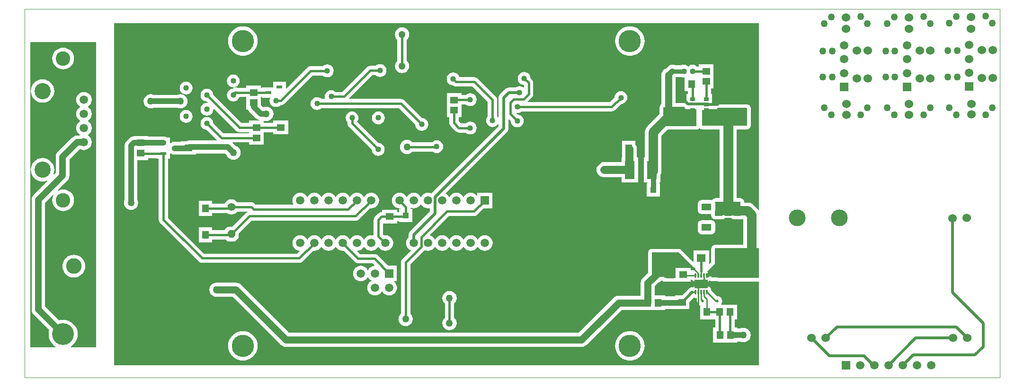
<source format=gbl>
%FSLAX25Y25*%
%MOIN*%
G70*
G01*
G75*
G04 Layer_Physical_Order=2*
G04 Layer_Color=16711680*
G04:AMPARAMS|DCode=10|XSize=23.62mil|YSize=61.02mil|CornerRadius=5.91mil|HoleSize=0mil|Usage=FLASHONLY|Rotation=0.000|XOffset=0mil|YOffset=0mil|HoleType=Round|Shape=RoundedRectangle|*
%AMROUNDEDRECTD10*
21,1,0.02362,0.04921,0,0,0.0*
21,1,0.01181,0.06102,0,0,0.0*
1,1,0.01181,0.00591,-0.02461*
1,1,0.01181,-0.00591,-0.02461*
1,1,0.01181,-0.00591,0.02461*
1,1,0.01181,0.00591,0.02461*
%
%ADD10ROUNDEDRECTD10*%
%ADD11O,0.07480X0.02362*%
%ADD12O,0.01378X0.07087*%
G04:AMPARAMS|DCode=13|XSize=23.62mil|YSize=61.02mil|CornerRadius=5.91mil|HoleSize=0mil|Usage=FLASHONLY|Rotation=270.000|XOffset=0mil|YOffset=0mil|HoleType=Round|Shape=RoundedRectangle|*
%AMROUNDEDRECTD13*
21,1,0.02362,0.04921,0,0,270.0*
21,1,0.01181,0.06102,0,0,270.0*
1,1,0.01181,-0.02461,-0.00591*
1,1,0.01181,-0.02461,0.00591*
1,1,0.01181,0.02461,0.00591*
1,1,0.01181,0.02461,-0.00591*
%
%ADD13ROUNDEDRECTD13*%
%ADD14R,0.03937X0.05315*%
%ADD15R,0.04134X0.04331*%
%ADD16R,0.03150X0.01969*%
%ADD17R,0.01969X0.03150*%
%ADD18R,0.04724X0.05315*%
%ADD19R,0.05315X0.04724*%
%ADD20R,0.05709X0.04528*%
%ADD21R,0.04528X0.05709*%
%ADD22C,0.01969*%
%ADD23C,0.01500*%
%ADD24C,0.02000*%
%ADD25C,0.01300*%
%ADD26C,0.04000*%
%ADD27C,0.05000*%
%ADD28C,0.03000*%
%ADD29C,0.06500*%
%ADD30C,0.06000*%
%ADD31R,0.03500X0.07500*%
%ADD32R,0.04724X0.07087*%
%ADD33R,0.07500X0.03500*%
%ADD34R,0.05600X0.07700*%
%ADD35C,0.00100*%
%ADD36C,0.11417*%
%ADD37C,0.15354*%
%ADD38C,0.11024*%
%ADD39C,0.05906*%
%ADD40R,0.05906X0.05906*%
%ADD41C,0.06000*%
%ADD42R,0.05906X0.05906*%
%ADD43P,0.05966X8X112.5*%
%ADD44C,0.05512*%
%ADD45C,0.11811*%
%ADD46C,0.10236*%
%ADD47C,0.05000*%
%ADD48C,0.02284*%
%ADD49C,0.15700*%
%ADD50C,0.04000*%
%ADD51C,0.02000*%
%ADD52C,0.06200*%
%ADD53R,0.06693X0.12598*%
%ADD54R,0.09449X0.06496*%
%ADD55O,0.01102X0.03347*%
%ADD56R,0.03543X0.02559*%
%ADD57R,0.06102X0.05512*%
%ADD58R,0.04331X0.04134*%
%ADD59R,0.03937X0.02362*%
%ADD60C,0.04500*%
%ADD61C,0.01000*%
%ADD62C,0.02500*%
%ADD63C,0.07000*%
%ADD64C,0.03500*%
%ADD65C,0.05500*%
%ADD66R,0.07087X0.04724*%
%ADD67R,0.02756X0.01102*%
G36*
X32143Y168615D02*
X37893D01*
X38504Y168004D01*
X39235Y167443D01*
X40086Y167090D01*
X41000Y166970D01*
X46800D01*
Y155200D01*
X46800Y155200D01*
X46800Y155200D01*
X46759Y155100D01*
X23500D01*
Y168400D01*
X31678Y168707D01*
X29513Y168680D01*
X31678Y168707D01*
X32143Y168615D01*
D02*
G37*
G36*
X-375900Y214298D02*
Y-900D01*
X-393406D01*
X-393527Y-415D01*
X-393319Y-303D01*
X-391769Y968D01*
X-390497Y2518D01*
X-389552Y4286D01*
X-388970Y6205D01*
X-388774Y8200D01*
X-388970Y10195D01*
X-389552Y12113D01*
X-390497Y13881D01*
X-391769Y15431D01*
X-393319Y16702D01*
X-395087Y17648D01*
X-397005Y18229D01*
X-399000Y18426D01*
X-400995Y18229D01*
X-401961Y17936D01*
X-411709Y27684D01*
Y101015D01*
X-406102Y106622D01*
X-405700Y106325D01*
X-406072Y105629D01*
X-406508Y104193D01*
X-406655Y102700D01*
X-406508Y101206D01*
X-406072Y99770D01*
X-405365Y98447D01*
X-404413Y97287D01*
X-403253Y96335D01*
X-401929Y95627D01*
X-400493Y95192D01*
X-399000Y95045D01*
X-397507Y95192D01*
X-396071Y95627D01*
X-394747Y96335D01*
X-393587Y97287D01*
X-392635Y98447D01*
X-391928Y99770D01*
X-391492Y101206D01*
X-391345Y102700D01*
X-391492Y104193D01*
X-391928Y105629D01*
X-392635Y106953D01*
X-393587Y108113D01*
X-394747Y109064D01*
X-396071Y109772D01*
X-397507Y110207D01*
X-399000Y110355D01*
X-400493Y110207D01*
X-401929Y109772D01*
X-402625Y109400D01*
X-402923Y109802D01*
X-396012Y116712D01*
X-395251Y117704D01*
X-394772Y118860D01*
X-394609Y120100D01*
Y131415D01*
X-387215Y138809D01*
X-387082D01*
X-385823Y138288D01*
X-384400Y138100D01*
X-382977Y138288D01*
X-381650Y138837D01*
X-380511Y139711D01*
X-379637Y140850D01*
X-379088Y142176D01*
X-378900Y143600D01*
X-379088Y145024D01*
X-379637Y146350D01*
X-380511Y147489D01*
X-381633Y148350D01*
Y148850D01*
X-380511Y149711D01*
X-379637Y150850D01*
X-379088Y152176D01*
X-378900Y153600D01*
X-379088Y155024D01*
X-379637Y156350D01*
X-380511Y157489D01*
X-381633Y158350D01*
Y158850D01*
X-380511Y159711D01*
X-379637Y160850D01*
X-379088Y162177D01*
X-378900Y163600D01*
X-379088Y165024D01*
X-379637Y166350D01*
X-380511Y167489D01*
X-381633Y168350D01*
Y168850D01*
X-380511Y169711D01*
X-379637Y170850D01*
X-379088Y172177D01*
X-378900Y173600D01*
X-379088Y175023D01*
X-379637Y176350D01*
X-380511Y177489D01*
X-381650Y178363D01*
X-382977Y178912D01*
X-384400Y179100D01*
X-385823Y178912D01*
X-387150Y178363D01*
X-388289Y177489D01*
X-389163Y176350D01*
X-389712Y175023D01*
X-389900Y173600D01*
X-389712Y172177D01*
X-389163Y170850D01*
X-388289Y169711D01*
X-387167Y168850D01*
Y168350D01*
X-388289Y167489D01*
X-389163Y166350D01*
X-389712Y165024D01*
X-389900Y163600D01*
X-389712Y162177D01*
X-389163Y160850D01*
X-388289Y159711D01*
X-387167Y158850D01*
Y158350D01*
X-388289Y157489D01*
X-389163Y156350D01*
X-389712Y155024D01*
X-389900Y153600D01*
X-389712Y152176D01*
X-389163Y150850D01*
X-388289Y149711D01*
X-387186Y148864D01*
X-387346Y148391D01*
X-389200D01*
X-390440Y148228D01*
X-391257Y147889D01*
X-391596Y147749D01*
X-392588Y146988D01*
X-402788Y136788D01*
X-403549Y135795D01*
X-403689Y135457D01*
X-404028Y134640D01*
X-404191Y133400D01*
X-404191Y133400D01*
X-404191D01*
X-404191Y133400D01*
X-404191D01*
Y122084D01*
X-405434Y120842D01*
X-405863Y121099D01*
X-405410Y122590D01*
X-405252Y124200D01*
X-405410Y125809D01*
X-405879Y127356D01*
X-406642Y128782D01*
X-407667Y130032D01*
X-408918Y131058D01*
X-410344Y131820D01*
X-411891Y132290D01*
X-413500Y132448D01*
X-415109Y132290D01*
X-416656Y131820D01*
X-418083Y131058D01*
X-419333Y130032D01*
X-420358Y128782D01*
X-421121Y127356D01*
X-421590Y125809D01*
X-421748Y124200D01*
X-421590Y122590D01*
X-421121Y121043D01*
X-420358Y119617D01*
X-419333Y118367D01*
X-418083Y117341D01*
X-416656Y116579D01*
X-415109Y116110D01*
X-413500Y115951D01*
X-411891Y116110D01*
X-410399Y116562D01*
X-410142Y116133D01*
X-419888Y106388D01*
X-420649Y105395D01*
X-420789Y105057D01*
X-421128Y104240D01*
X-421291Y103000D01*
Y25700D01*
X-421291Y25700D01*
X-421291D01*
X-421128Y24460D01*
X-420789Y23642D01*
X-420649Y23304D01*
X-419888Y22312D01*
X-419888Y22312D01*
X-419888Y22312D01*
Y22312D01*
X-419888Y22312D01*
X-408737Y11161D01*
X-409030Y10195D01*
X-409226Y8200D01*
X-409030Y6205D01*
X-408448Y4286D01*
X-407503Y2518D01*
X-406231Y968D01*
X-404681Y-303D01*
X-404473Y-415D01*
X-404594Y-900D01*
X-422194D01*
X-422300Y214046D01*
X-421946Y214400D01*
X-376006D01*
X-375900Y214298D01*
D02*
G37*
G36*
X36874Y189379D02*
X38049Y189225D01*
X38456Y189278D01*
X38606Y189146D01*
Y188606D01*
Y179474D01*
X40997D01*
Y179329D01*
Y177652D01*
X40004D01*
Y171164D01*
X32143D01*
Y171239D01*
Y189524D01*
X32348Y189729D01*
X36030D01*
X36874Y189379D01*
D02*
G37*
G36*
X82158Y167895D02*
X82158Y167895D01*
X82600Y167712D01*
Y155300D01*
X51000D01*
X50900Y155400D01*
Y166352D01*
X57996D01*
Y166602D01*
X61590D01*
X62504Y166722D01*
X63355Y167075D01*
X64087Y167636D01*
X64286Y167895D01*
X82158D01*
X82158Y167895D01*
D02*
G37*
G36*
X43358Y57000D02*
X46065Y54738D01*
X46087Y54238D01*
X45398Y53549D01*
X45013Y53390D01*
X42812D01*
Y54905D01*
X32104D01*
Y47885D01*
X24918D01*
X24906Y47902D01*
X24079Y48455D01*
X23104Y48649D01*
X21884D01*
X20909Y48455D01*
X20082Y47902D01*
X19613Y47200D01*
X15484D01*
X15458Y47226D01*
Y65800D01*
X34558D01*
X43358Y57000D01*
D02*
G37*
G36*
X90724Y68795D02*
Y47915D01*
X76415Y47885D01*
X75143Y47800D01*
X66002D01*
X58272Y48243D01*
X57483Y48305D01*
Y49448D01*
X55304D01*
Y50629D01*
X55199Y51426D01*
X54892Y52168D01*
X54527Y52643D01*
X59828Y57800D01*
Y68446D01*
X60182Y68800D01*
X90724Y68795D01*
D02*
G37*
G36*
Y95739D02*
X90535Y95675D01*
X89901Y96501D01*
X87101Y99301D01*
X85900Y100223D01*
X84501Y100802D01*
X83000Y101000D01*
X80549D01*
Y101500D01*
X80453Y101985D01*
X80355Y102475D01*
X80355Y102475D01*
X80355Y102475D01*
X80077Y102891D01*
X79803Y103302D01*
X79703Y103402D01*
X79702Y103402D01*
X79702Y103402D01*
X79291Y103677D01*
X78876Y103955D01*
X78875Y103955D01*
X78875Y103955D01*
X78385Y104052D01*
X77900Y104149D01*
X77900Y104149D01*
X77900Y104149D01*
X75129D01*
Y152751D01*
X82600D01*
X83575Y152945D01*
X84402Y153498D01*
X84955Y154324D01*
X85149Y155300D01*
Y167712D01*
X85044Y168240D01*
X84955Y168688D01*
X84955Y168688D01*
X84955Y168688D01*
X84677Y169103D01*
X84403Y169515D01*
X84403Y169515D01*
X84402Y169515D01*
X83991Y169790D01*
X83576Y170067D01*
X83575Y170067D01*
D01*
D01*
X83134Y170250D01*
X83134Y170250D01*
X83134Y170250D01*
X82662Y170344D01*
X82159Y170444D01*
X82158Y170444D01*
X82158Y170444D01*
X82158D01*
X82158D01*
X64286D01*
X64121Y170412D01*
X63953Y170423D01*
X63637Y170315D01*
X63599Y170308D01*
D01*
X63310Y170250D01*
X63268Y170222D01*
X58846D01*
Y169670D01*
X57996D01*
Y170093D01*
Y177652D01*
X57078D01*
Y178971D01*
Y181618D01*
X58957D01*
Y188901D01*
Y198626D01*
X48642D01*
Y197041D01*
X47271D01*
X46421Y197694D01*
X45326Y198148D01*
X44151Y198302D01*
X42976Y198148D01*
X41882Y197694D01*
X41100Y197094D01*
X40318Y197694D01*
X39224Y198148D01*
X38049Y198302D01*
X36874Y198148D01*
X36030Y197798D01*
X31982D01*
X31138Y198148D01*
X29963Y198302D01*
X28789Y198148D01*
X27694Y197694D01*
X26754Y196973D01*
X25381Y195600D01*
X24578Y195267D01*
X23534Y194466D01*
X22733Y193422D01*
X22229Y192205D01*
X22057Y190900D01*
Y170442D01*
X21698Y170202D01*
X21671Y170162D01*
X21631Y170133D01*
X21395Y169750D01*
X21145Y169375D01*
X21136Y169328D01*
X21110Y169286D01*
X21039Y168842D01*
X20951Y168400D01*
Y163453D01*
X12373Y154875D01*
X11451Y153674D01*
X10872Y152275D01*
X10674Y150774D01*
Y132899D01*
X9828D01*
Y115301D01*
X12187D01*
Y114467D01*
X11772D01*
Y105333D01*
X21102D01*
Y114467D01*
X20761D01*
Y115301D01*
X21520D01*
Y120558D01*
X22076Y121899D01*
X22274Y123400D01*
Y148372D01*
X26453Y152551D01*
X46759D01*
X47257Y152650D01*
X47734Y152745D01*
X47734Y152745D01*
X47734Y152745D01*
X48149Y153023D01*
X48561Y153297D01*
X48561Y153298D01*
X48561Y153298D01*
X48829Y153700D01*
X49029D01*
X49098Y153598D01*
X49098Y153597D01*
X49098Y153597D01*
X49198Y153497D01*
X49602Y153227D01*
X50024Y152945D01*
X50025Y152945D01*
X50025Y152945D01*
X50495Y152851D01*
X51000Y152751D01*
X63071D01*
Y104149D01*
X60328D01*
X60081Y104100D01*
X59830D01*
X59598Y104004D01*
X59352Y103955D01*
X59143Y103815D01*
X58911Y103719D01*
X58565Y103488D01*
X58301Y103224D01*
X58011Y102986D01*
X57884Y102831D01*
X57854Y102776D01*
X57487Y102849D01*
X50400D01*
X49425Y102655D01*
X48598Y102102D01*
X48045Y101276D01*
X47851Y100300D01*
Y95576D01*
X48045Y94600D01*
X48598Y93773D01*
X49425Y93221D01*
X50400Y93027D01*
X57279D01*
Y91882D01*
X57408Y91234D01*
X57473Y90906D01*
X57473Y90906D01*
Y90906D01*
X57806Y90408D01*
X58026Y90079D01*
X58026Y90079D01*
X58026Y90079D01*
X58355Y89859D01*
X58853Y89526D01*
X59315Y89335D01*
X59315Y89335D01*
D01*
X59514Y89296D01*
X60290Y89141D01*
X60290D01*
X60290D01*
X60340Y89151D01*
X64572D01*
X64899Y89216D01*
X65232Y89238D01*
X65383Y89312D01*
X65548Y89345D01*
X65706Y89451D01*
X65833Y89398D01*
X66639Y89292D01*
X71561D01*
X72367Y89398D01*
X72372Y89400D01*
X72569D01*
X72652Y89345D01*
X72817Y89312D01*
X72968Y89238D01*
X73301Y89216D01*
X73628Y89151D01*
X78000D01*
X78975Y89345D01*
X79058Y89400D01*
X80000D01*
Y71487D01*
X79859Y71346D01*
X60182Y71349D01*
X60182Y71349D01*
X60182Y71349D01*
X59674Y71248D01*
X59207Y71155D01*
X59207Y71155D01*
X59206Y71155D01*
X58778Y70868D01*
X58380Y70603D01*
X58380Y70603D01*
X58380Y70602D01*
X58026Y70249D01*
X58026Y70249D01*
X58026Y70249D01*
X57751Y69838D01*
X57473Y69422D01*
X57473Y69422D01*
X57473Y69422D01*
X57376Y68932D01*
X57279Y68446D01*
X57279Y68446D01*
X57279Y68446D01*
Y58876D01*
X56021Y57652D01*
X55837Y57730D01*
Y67256D01*
X44735D01*
Y59490D01*
X44550Y59413D01*
X36361Y67602D01*
X35534Y68155D01*
X34558Y68349D01*
X15458D01*
X14483Y68155D01*
X13656Y67602D01*
X13103Y66775D01*
X12909Y65800D01*
Y51757D01*
X9050Y47898D01*
X8249Y46854D01*
X7745Y45638D01*
X7573Y44332D01*
Y35443D01*
X-7960D01*
X-9265Y35271D01*
X-10481Y34767D01*
X-11526Y33966D01*
X-36249Y9243D01*
X-240011D01*
X-273902Y43134D01*
X-274947Y43936D01*
X-276163Y44440D01*
X-277468Y44611D01*
X-291068D01*
X-292374Y44440D01*
X-293590Y43936D01*
X-294634Y43134D01*
X-295436Y42090D01*
X-295940Y40874D01*
X-296111Y39568D01*
X-295940Y38263D01*
X-295436Y37047D01*
X-294634Y36002D01*
X-293590Y35201D01*
X-292374Y34697D01*
X-291068Y34525D01*
X-279557D01*
X-245666Y634D01*
X-244622Y-167D01*
X-243405Y-671D01*
X-242100Y-843D01*
X-34160D01*
X-32855Y-671D01*
X-31638Y-167D01*
X-30594Y634D01*
X-30594Y634D01*
X-30594Y634D01*
X-5871Y25357D01*
X7754D01*
Y25242D01*
X24762D01*
Y25861D01*
X36517D01*
X36656Y25879D01*
X42016D01*
Y30907D01*
X45088Y33979D01*
X45525Y33798D01*
X46321Y33693D01*
X47082Y33793D01*
X47232Y33661D01*
Y32363D01*
X47335Y31580D01*
X47549Y31064D01*
X47638Y30850D01*
X47700Y30769D01*
X47726Y30572D01*
X48079Y29721D01*
X48640Y28989D01*
X49371Y28429D01*
X49438Y28401D01*
Y18642D01*
X60038D01*
Y12954D01*
X58653D01*
Y2246D01*
X75464D01*
Y3061D01*
X77892D01*
X78695Y2729D01*
X80000Y2557D01*
X81305Y2729D01*
X82522Y3232D01*
X83566Y4034D01*
X84368Y5078D01*
X84871Y6295D01*
X85043Y7600D01*
X84871Y8905D01*
X84368Y10121D01*
X83566Y11166D01*
X82522Y11967D01*
X81305Y12471D01*
X80000Y12643D01*
X78695Y12471D01*
X77892Y12139D01*
X75464D01*
Y12954D01*
X73878D01*
Y18642D01*
X75462D01*
Y28957D01*
X64238D01*
X64150Y29137D01*
X64598Y29721D01*
X64951Y30572D01*
X65071Y31486D01*
X64951Y32399D01*
X64598Y33251D01*
X64037Y33982D01*
X63306Y34543D01*
X62454Y34896D01*
X61541Y35016D01*
X61373Y34994D01*
X57261Y39107D01*
X57168Y39811D01*
X56860Y40554D01*
X56371Y41191D01*
X55734Y41680D01*
X54992Y41987D01*
X54195Y42092D01*
X53399Y41987D01*
X53211Y41910D01*
X53023Y41987D01*
X52227Y42092D01*
X51430Y41987D01*
X51242Y41910D01*
X51055Y41987D01*
X50258Y42092D01*
X49462Y41987D01*
X48719Y41680D01*
X48290Y41350D01*
X47860Y41680D01*
X47118Y41987D01*
X46321Y42092D01*
X45525Y41987D01*
X44782Y41680D01*
X44383Y41374D01*
X44010Y41423D01*
X43096Y41303D01*
X42244Y40950D01*
X41513Y40389D01*
X36728Y35604D01*
X31701D01*
Y34939D01*
X24762D01*
Y35557D01*
X17660D01*
Y42243D01*
X20121Y44704D01*
X20342Y44796D01*
X20588Y44845D01*
X20797Y44984D01*
X21029Y45081D01*
X21206Y45258D01*
X21415Y45397D01*
X21554Y45606D01*
X21732Y45784D01*
X21884Y46012D01*
Y46100D01*
X23104D01*
Y45336D01*
X33813D01*
Y45378D01*
X42812D01*
Y46100D01*
Y46481D01*
X43936D01*
X44145Y46209D01*
X44482Y45950D01*
X44782Y45720D01*
X45525Y45412D01*
X46321Y45307D01*
X47118Y45412D01*
X47305Y45490D01*
X47493Y45412D01*
X48290Y45307D01*
X49086Y45412D01*
X49274Y45490D01*
X49462Y45412D01*
X50258Y45307D01*
X51055Y45412D01*
X51797Y45720D01*
X52227Y46049D01*
X52656Y45720D01*
X53399Y45412D01*
X54195Y45307D01*
X54992Y45412D01*
X55734Y45720D01*
X55981Y45910D01*
X56310Y46046D01*
X56327Y46033D01*
X56424Y46006D01*
X56507Y45950D01*
X56899Y45872D01*
X57284Y45764D01*
X57391Y45755D01*
X58074Y45702D01*
X58100Y45705D01*
X58126Y45698D01*
X65541Y45273D01*
X65856Y45255D01*
X65930Y45265D01*
X66002Y45251D01*
X75143D01*
X75228Y45268D01*
X75314Y45257D01*
X76503Y45336D01*
X90583Y45366D01*
X90724Y45225D01*
Y-13774D01*
X-363224D01*
Y227774D01*
X90724D01*
Y95739D01*
D02*
G37*
G36*
X78000Y101500D02*
Y91700D01*
X73628D01*
X73119Y92090D01*
X72367Y92401D01*
X71561Y92508D01*
X66639D01*
X65833Y92401D01*
X65081Y92090D01*
X64572Y91700D01*
X60300D01*
X60290Y91690D01*
X59828Y91882D01*
Y94580D01*
X59842Y94600D01*
X60036Y95576D01*
Y100300D01*
X59854Y101214D01*
X59982Y101369D01*
X60328Y101600D01*
X77900D01*
X78000Y101500D01*
D02*
G37*
%LPC*%
G36*
X-399000Y210355D02*
X-400493Y210208D01*
X-401929Y209772D01*
X-403253Y209065D01*
X-404413Y208113D01*
X-405365Y206953D01*
X-406072Y205629D01*
X-406508Y204193D01*
X-406655Y202700D01*
X-406508Y201206D01*
X-406072Y199770D01*
X-405365Y198447D01*
X-404413Y197287D01*
X-403253Y196335D01*
X-401929Y195627D01*
X-400493Y195192D01*
X-399000Y195045D01*
X-397507Y195192D01*
X-396071Y195627D01*
X-394747Y196335D01*
X-393587Y197287D01*
X-392635Y198447D01*
X-391928Y199770D01*
X-391492Y201206D01*
X-391345Y202700D01*
X-391492Y204193D01*
X-391928Y205629D01*
X-392635Y206953D01*
X-393587Y208113D01*
X-394747Y209065D01*
X-396071Y209772D01*
X-397507Y210208D01*
X-399000Y210355D01*
D02*
G37*
G36*
X57487Y88574D02*
X50400D01*
X49425Y88380D01*
X48598Y87827D01*
X48045Y87000D01*
X47851Y86025D01*
Y81300D01*
X48045Y80325D01*
X48598Y79498D01*
X49425Y78945D01*
X50400Y78751D01*
X57487D01*
X58462Y78945D01*
X59289Y79498D01*
X59842Y80325D01*
X60036Y81300D01*
Y86024D01*
X59842Y87000D01*
X59828Y87020D01*
Y87020D01*
X59289Y87827D01*
X58462Y88380D01*
X57487Y88574D01*
D02*
G37*
G36*
X-160400Y224643D02*
X-161705Y224471D01*
X-162922Y223968D01*
X-163966Y223166D01*
X-164768Y222122D01*
X-165271Y220905D01*
X-165443Y219600D01*
X-165271Y218295D01*
X-164768Y217078D01*
X-163966Y216034D01*
X-163678Y215813D01*
Y201181D01*
X-163966Y200960D01*
X-164768Y199916D01*
X-165271Y198699D01*
X-165443Y197394D01*
X-165271Y196089D01*
X-164768Y194873D01*
X-163966Y193828D01*
X-162922Y193027D01*
X-161705Y192523D01*
X-160400Y192351D01*
X-159095Y192523D01*
X-157878Y193027D01*
X-156834Y193828D01*
X-156033Y194873D01*
X-155529Y196089D01*
X-155357Y197394D01*
X-155529Y198699D01*
X-156033Y199916D01*
X-156834Y200960D01*
X-157122Y201181D01*
Y215813D01*
X-156834Y216034D01*
X-156033Y217078D01*
X-155529Y218295D01*
X-155357Y219600D01*
X-155529Y220905D01*
X-156033Y222122D01*
X-156834Y223166D01*
X-157878Y223968D01*
X-159095Y224471D01*
X-160400Y224643D01*
D02*
G37*
G36*
X4005Y144767D02*
X-5522D01*
Y139727D01*
X-5621Y138979D01*
Y132899D01*
X-5920D01*
Y129647D01*
X-18300D01*
X-19670Y129466D01*
X-20948Y128937D01*
X-22044Y128095D01*
X-22886Y126999D01*
X-23415Y125722D01*
X-23595Y124351D01*
X-23415Y122981D01*
X-22886Y121704D01*
X-22044Y120607D01*
X-20948Y119765D01*
X-19670Y119236D01*
X-18300Y119056D01*
X-5920D01*
Y115301D01*
X5772D01*
Y132899D01*
X4970D01*
Y138979D01*
X4790Y140350D01*
X4261Y141627D01*
X4005Y141960D01*
Y144767D01*
D02*
G37*
G36*
X-182132Y107975D02*
X-183555Y107788D01*
X-184881Y107239D01*
X-186021Y106365D01*
X-186895Y105226D01*
X-187031Y104895D01*
X-187232D01*
X-187369Y105226D01*
X-188243Y106365D01*
X-189382Y107239D01*
X-190708Y107788D01*
X-192131Y107975D01*
X-193555Y107788D01*
X-194881Y107239D01*
X-196020Y106365D01*
X-196895Y105226D01*
X-197031Y104895D01*
X-197231D01*
X-197369Y105226D01*
X-198243Y106365D01*
X-199382Y107239D01*
X-200708Y107788D01*
X-202132Y107975D01*
X-203555Y107788D01*
X-204881Y107239D01*
X-206020Y106365D01*
X-206894Y105226D01*
X-207031Y104895D01*
X-207231D01*
X-207368Y105226D01*
X-208243Y106365D01*
X-209382Y107239D01*
X-210708Y107788D01*
X-212132Y107975D01*
X-213555Y107788D01*
X-214881Y107239D01*
X-216020Y106365D01*
X-216895Y105226D01*
X-217032Y104895D01*
X-217231D01*
X-217369Y105226D01*
X-218243Y106365D01*
X-219382Y107239D01*
X-220708Y107788D01*
X-222131Y107975D01*
X-223555Y107788D01*
X-224881Y107239D01*
X-226020Y106365D01*
X-226894Y105226D01*
X-227031Y104895D01*
X-227232D01*
X-227368Y105226D01*
X-228242Y106365D01*
X-229382Y107239D01*
X-230708Y107788D01*
X-232132Y107975D01*
X-233555Y107788D01*
X-234881Y107239D01*
X-236020Y106365D01*
X-236894Y105226D01*
X-237444Y103899D01*
X-237631Y102476D01*
X-237444Y101052D01*
X-236894Y99726D01*
X-236842Y99657D01*
X-236930Y99478D01*
X-263342D01*
X-264211Y100347D01*
X-264890Y100868D01*
X-265285Y101032D01*
X-265681Y101196D01*
X-266105Y101251D01*
X-266529Y101307D01*
X-276490D01*
X-276852Y101778D01*
X-277949Y102620D01*
X-279228Y103150D01*
X-280600Y103330D01*
X-281972Y103150D01*
X-283251Y102620D01*
X-284349Y101778D01*
X-285191Y100680D01*
X-285416Y100138D01*
X-294094D01*
Y102214D01*
X-303622D01*
Y91505D01*
X-294094D01*
Y93582D01*
X-283438D01*
X-283251Y93438D01*
X-281972Y92909D01*
X-280600Y92728D01*
X-279228Y92909D01*
X-277949Y93438D01*
X-276852Y94281D01*
X-276490Y94751D01*
X-269073D01*
X-269034Y94555D01*
X-269160Y94503D01*
X-269556Y94339D01*
X-269940Y94044D01*
X-270234Y93818D01*
X-279980Y84072D01*
X-283228D01*
X-285800Y81501D01*
X-294094D01*
Y83577D01*
X-303622D01*
Y72869D01*
X-294094D01*
Y74945D01*
X-284612D01*
X-283228Y73561D01*
X-277972D01*
X-275344Y76189D01*
Y79437D01*
X-266559Y88222D01*
X-193091D01*
X-192667Y88278D01*
X-192243Y88334D01*
X-191848Y88497D01*
X-191452Y88661D01*
X-190773Y89182D01*
X-190773Y89182D01*
X-190773Y89182D01*
X-182881Y97075D01*
X-182132Y96976D01*
X-180708Y97163D01*
X-179382Y97713D01*
X-178243Y98587D01*
X-177368Y99726D01*
X-176819Y101052D01*
X-176632Y102476D01*
X-176819Y103899D01*
X-177368Y105226D01*
X-178243Y106365D01*
X-179382Y107239D01*
X-180708Y107788D01*
X-182132Y107975D01*
D02*
G37*
G36*
X-272500Y225382D02*
X-274124Y225254D01*
X-275708Y224874D01*
X-277213Y224250D01*
X-278602Y223399D01*
X-279841Y222341D01*
X-280899Y221102D01*
X-281750Y219713D01*
X-282374Y218208D01*
X-282754Y216624D01*
X-282882Y215000D01*
X-282754Y213376D01*
X-282374Y211792D01*
X-281750Y210287D01*
X-280899Y208898D01*
X-279841Y207659D01*
X-278602Y206601D01*
X-277213Y205750D01*
X-275708Y205126D01*
X-274124Y204746D01*
X-272500Y204618D01*
X-270876Y204746D01*
X-269292Y205126D01*
X-267787Y205750D01*
X-266398Y206601D01*
X-265159Y207659D01*
X-264101Y208898D01*
X-263250Y210287D01*
X-262626Y211792D01*
X-262246Y213376D01*
X-262118Y215000D01*
X-262246Y216624D01*
X-262626Y218208D01*
X-263250Y219713D01*
X-264101Y221102D01*
X-265159Y222341D01*
X-266398Y223399D01*
X-267787Y224250D01*
X-269292Y224874D01*
X-270876Y225254D01*
X-272500Y225382D01*
D02*
G37*
G36*
X0Y10382D02*
X-1624Y10254D01*
X-3208Y9874D01*
X-4713Y9250D01*
X-6102Y8399D01*
X-7341Y7341D01*
X-8399Y6102D01*
X-9250Y4713D01*
X-9874Y3208D01*
X-10254Y1624D01*
X-10382Y0D01*
X-10254Y-1624D01*
X-9874Y-3208D01*
X-9250Y-4713D01*
X-8399Y-6102D01*
X-7341Y-7341D01*
X-6102Y-8399D01*
X-4713Y-9250D01*
X-3208Y-9874D01*
X-1624Y-10254D01*
X0Y-10382D01*
X1624Y-10254D01*
X3208Y-9874D01*
X4713Y-9250D01*
X6102Y-8399D01*
X7341Y-7341D01*
X8399Y-6102D01*
X9250Y-4713D01*
X9874Y-3208D01*
X10254Y-1624D01*
X10382Y0D01*
X10254Y1624D01*
X9874Y3208D01*
X9250Y4713D01*
X8399Y6102D01*
X7341Y7341D01*
X6102Y8399D01*
X4713Y9250D01*
X3208Y9874D01*
X1624Y10254D01*
X0Y10382D01*
D02*
G37*
G36*
X-272500D02*
X-274124Y10254D01*
X-275708Y9874D01*
X-277213Y9250D01*
X-278602Y8399D01*
X-279841Y7341D01*
X-280899Y6102D01*
X-281750Y4713D01*
X-282374Y3208D01*
X-282754Y1624D01*
X-282882Y0D01*
X-282754Y-1624D01*
X-282374Y-3208D01*
X-281750Y-4713D01*
X-280899Y-6102D01*
X-279841Y-7341D01*
X-278602Y-8399D01*
X-277213Y-9250D01*
X-275708Y-9874D01*
X-274124Y-10254D01*
X-272500Y-10382D01*
X-270876Y-10254D01*
X-269292Y-9874D01*
X-267787Y-9250D01*
X-266398Y-8399D01*
X-265159Y-7341D01*
X-264101Y-6102D01*
X-263250Y-4713D01*
X-262626Y-3208D01*
X-262246Y-1624D01*
X-262118Y0D01*
X-262246Y1624D01*
X-262626Y3208D01*
X-263250Y4713D01*
X-264101Y6102D01*
X-265159Y7341D01*
X-266398Y8399D01*
X-267787Y9250D01*
X-269292Y9874D01*
X-270876Y10254D01*
X-272500Y10382D01*
D02*
G37*
G36*
X-127000Y38706D02*
X-128305Y38534D01*
X-129522Y38030D01*
X-130566Y37229D01*
X-131368Y36184D01*
X-131871Y34968D01*
X-132043Y33663D01*
X-131871Y32357D01*
X-131368Y31141D01*
X-130566Y30097D01*
X-130278Y29876D01*
Y19815D01*
X-130566Y19594D01*
X-131368Y18550D01*
X-131871Y17333D01*
X-132043Y16028D01*
X-131871Y14723D01*
X-131368Y13507D01*
X-130566Y12462D01*
X-129522Y11661D01*
X-128305Y11157D01*
X-127000Y10985D01*
X-125695Y11157D01*
X-124478Y11661D01*
X-123434Y12462D01*
X-122633Y13507D01*
X-122129Y14723D01*
X-121957Y16028D01*
X-122129Y17333D01*
X-122633Y18550D01*
X-123434Y19594D01*
X-123722Y19815D01*
Y29876D01*
X-123434Y30097D01*
X-122633Y31141D01*
X-122129Y32357D01*
X-121957Y33663D01*
X-122129Y34968D01*
X-122633Y36184D01*
X-123434Y37229D01*
X-124478Y38030D01*
X-125695Y38534D01*
X-127000Y38706D01*
D02*
G37*
G36*
X-391500Y64250D02*
X-393071Y64095D01*
X-394581Y63637D01*
X-395973Y62893D01*
X-397193Y61892D01*
X-398194Y60672D01*
X-398938Y59280D01*
X-399396Y57770D01*
X-399551Y56200D01*
X-399396Y54629D01*
X-398938Y53119D01*
X-398194Y51727D01*
X-397193Y50507D01*
X-395973Y49506D01*
X-394581Y48762D01*
X-393071Y48304D01*
X-391500Y48149D01*
X-389929Y48304D01*
X-388419Y48762D01*
X-387027Y49506D01*
X-385807Y50507D01*
X-384806Y51727D01*
X-384062Y53119D01*
X-383604Y54629D01*
X-383449Y56200D01*
X-383604Y57770D01*
X-384062Y59280D01*
X-384806Y60672D01*
X-385807Y61892D01*
X-387027Y62893D01*
X-388419Y63637D01*
X-389929Y64095D01*
X-391500Y64250D01*
D02*
G37*
G36*
X0Y225382D02*
X-1624Y225254D01*
X-3208Y224874D01*
X-4713Y224250D01*
X-6102Y223399D01*
X-7341Y222341D01*
X-8399Y221102D01*
X-9250Y219713D01*
X-9874Y218208D01*
X-10254Y216624D01*
X-10382Y215000D01*
X-10254Y213376D01*
X-9874Y211792D01*
X-9250Y210287D01*
X-8399Y208898D01*
X-7341Y207659D01*
X-6102Y206601D01*
X-4713Y205750D01*
X-3208Y205126D01*
X-1624Y204746D01*
X0Y204618D01*
X1624Y204746D01*
X3208Y205126D01*
X4713Y205750D01*
X6102Y206601D01*
X7341Y207659D01*
X8399Y208898D01*
X9250Y210287D01*
X9874Y211792D01*
X10254Y213376D01*
X10382Y215000D01*
X10254Y216624D01*
X9874Y218208D01*
X9250Y219713D01*
X8399Y221102D01*
X7341Y222341D01*
X6102Y223399D01*
X4713Y224250D01*
X3208Y224874D01*
X1624Y225254D01*
X0Y225382D01*
D02*
G37*
G36*
X-118611Y178294D02*
X-128926D01*
Y168569D01*
Y161286D01*
X-127047D01*
Y157137D01*
X-126991Y156713D01*
X-126935Y156289D01*
X-126771Y155893D01*
X-126607Y155498D01*
X-126086Y154819D01*
X-126086Y154819D01*
X-126086Y154819D01*
X-122639Y151372D01*
X-122344Y151146D01*
X-121960Y150851D01*
X-121170Y150523D01*
X-120321Y150412D01*
X-115581D01*
X-114730Y149759D01*
X-113635Y149306D01*
X-112461Y149151D01*
X-111286Y149306D01*
X-110191Y149759D01*
X-109251Y150480D01*
X-108530Y151420D01*
X-108076Y152515D01*
X-107922Y153690D01*
X-108076Y154865D01*
X-108530Y155959D01*
X-109251Y156899D01*
X-110191Y157621D01*
X-111286Y158074D01*
X-112461Y158229D01*
X-113635Y158074D01*
X-114730Y157621D01*
X-115581Y156968D01*
X-118963D01*
X-120491Y158495D01*
Y161286D01*
X-118611D01*
Y168569D01*
Y170412D01*
X-115581D01*
X-114730Y169759D01*
X-113635Y169306D01*
X-112461Y169151D01*
X-111286Y169306D01*
X-110191Y169759D01*
X-109251Y170480D01*
X-108530Y171420D01*
X-108076Y172515D01*
X-107922Y173690D01*
X-108076Y174864D01*
X-108530Y175959D01*
X-109251Y176899D01*
X-110191Y177620D01*
X-111286Y178074D01*
X-112461Y178229D01*
X-113635Y178074D01*
X-114730Y177620D01*
X-115581Y176968D01*
X-118611D01*
Y178294D01*
D02*
G37*
G36*
X-312424Y166439D02*
X-313598Y166284D01*
X-314693Y165831D01*
X-315633Y165109D01*
X-316354Y164169D01*
X-316808Y163075D01*
X-316962Y161900D01*
X-316808Y160725D01*
X-316354Y159631D01*
X-315633Y158691D01*
X-314693Y157969D01*
X-313598Y157516D01*
X-312424Y157361D01*
X-311249Y157516D01*
X-310154Y157969D01*
X-309214Y158691D01*
X-308493Y159631D01*
X-308039Y160725D01*
X-307885Y161900D01*
X-308039Y163075D01*
X-308493Y164169D01*
X-309214Y165109D01*
X-310154Y165831D01*
X-311249Y166284D01*
X-312424Y166439D01*
D02*
G37*
G36*
Y186439D02*
X-313598Y186284D01*
X-314693Y185831D01*
X-315633Y185109D01*
X-316354Y184169D01*
X-316808Y183075D01*
X-316962Y181900D01*
X-316808Y180725D01*
X-316354Y179631D01*
X-315633Y178691D01*
X-314693Y177969D01*
X-313598Y177516D01*
X-312424Y177361D01*
X-311249Y177516D01*
X-310154Y177969D01*
X-309214Y178691D01*
X-308493Y179631D01*
X-308039Y180725D01*
X-307885Y181900D01*
X-308039Y183075D01*
X-308493Y184169D01*
X-309214Y185109D01*
X-310154Y185831D01*
X-311249Y186284D01*
X-312424Y186439D01*
D02*
G37*
G36*
X-316400Y177564D02*
X-317705Y177392D01*
X-318508Y177060D01*
X-335292D01*
X-336095Y177392D01*
X-337400Y177564D01*
X-338705Y177392D01*
X-339922Y176889D01*
X-340966Y176087D01*
X-341768Y175043D01*
X-342271Y173826D01*
X-342443Y172521D01*
X-342271Y171216D01*
X-341768Y170000D01*
X-340966Y168955D01*
X-339922Y168154D01*
X-338705Y167650D01*
X-337400Y167478D01*
X-336095Y167650D01*
X-335292Y167982D01*
X-318508D01*
X-317705Y167650D01*
X-316400Y167478D01*
X-315095Y167650D01*
X-313878Y168154D01*
X-312834Y168955D01*
X-312033Y170000D01*
X-311529Y171216D01*
X-311357Y172521D01*
X-311529Y173826D01*
X-312033Y175043D01*
X-312834Y176087D01*
X-313878Y176889D01*
X-315095Y177392D01*
X-316400Y177564D01*
D02*
G37*
G36*
X-413500Y187948D02*
X-415109Y187789D01*
X-416656Y187320D01*
X-418083Y186558D01*
X-419333Y185532D01*
X-420358Y184282D01*
X-421121Y182856D01*
X-421590Y181309D01*
X-421748Y179700D01*
X-421590Y178090D01*
X-421121Y176543D01*
X-420358Y175117D01*
X-419333Y173867D01*
X-418083Y172841D01*
X-416656Y172079D01*
X-415109Y171610D01*
X-413500Y171451D01*
X-411891Y171610D01*
X-410344Y172079D01*
X-408918Y172841D01*
X-407667Y173867D01*
X-406642Y175117D01*
X-405879Y176543D01*
X-405410Y178090D01*
X-405252Y179700D01*
X-405410Y181309D01*
X-405879Y182856D01*
X-406642Y184282D01*
X-407667Y185532D01*
X-408918Y186558D01*
X-410344Y187320D01*
X-411891Y187789D01*
X-413500Y187948D01*
D02*
G37*
G36*
X-177076Y165339D02*
X-178251Y165184D01*
X-179346Y164731D01*
X-180286Y164009D01*
X-181007Y163069D01*
X-181461Y161975D01*
X-181615Y160800D01*
X-181461Y159625D01*
X-181007Y158531D01*
X-180286Y157591D01*
X-179346Y156869D01*
X-178251Y156416D01*
X-177076Y156261D01*
X-175902Y156416D01*
X-174807Y156869D01*
X-173867Y157591D01*
X-173146Y158531D01*
X-172692Y159625D01*
X-172538Y160800D01*
X-172692Y161975D01*
X-173146Y163069D01*
X-173867Y164009D01*
X-174807Y164731D01*
X-175902Y165184D01*
X-177076Y165339D01*
D02*
G37*
G36*
X-156900Y145293D02*
X-158205Y145121D01*
X-159422Y144617D01*
X-160466Y143816D01*
X-161267Y142771D01*
X-161771Y141555D01*
X-161943Y140250D01*
X-161771Y138944D01*
X-161267Y137728D01*
X-160466Y136684D01*
X-159422Y135882D01*
X-158205Y135378D01*
X-156900Y135206D01*
X-155595Y135378D01*
X-154378Y135882D01*
X-153334Y136684D01*
X-153113Y136972D01*
X-138809D01*
X-138269Y136558D01*
X-137175Y136104D01*
X-136000Y135950D01*
X-134825Y136104D01*
X-133731Y136558D01*
X-132791Y137279D01*
X-132069Y138219D01*
X-131616Y139314D01*
X-131461Y140489D01*
X-131616Y141663D01*
X-132069Y142758D01*
X-132791Y143698D01*
X-133731Y144419D01*
X-134825Y144873D01*
X-136000Y145027D01*
X-137175Y144873D01*
X-138269Y144419D01*
X-139209Y143698D01*
X-139340Y143528D01*
X-153113D01*
X-153334Y143816D01*
X-154378Y144617D01*
X-155595Y145121D01*
X-156900Y145293D01*
D02*
G37*
G36*
X-195580Y165339D02*
X-196755Y165184D01*
X-197850Y164731D01*
X-198790Y164009D01*
X-199511Y163069D01*
X-199964Y161975D01*
X-200119Y160800D01*
X-199964Y159625D01*
X-199511Y158531D01*
X-198858Y157680D01*
Y156973D01*
X-198802Y156548D01*
X-198747Y156124D01*
X-198583Y155729D01*
X-198419Y155333D01*
X-197898Y154655D01*
X-181732Y138488D01*
X-181592Y137425D01*
X-181139Y136331D01*
X-180417Y135391D01*
X-179477Y134669D01*
X-178383Y134216D01*
X-177208Y134061D01*
X-176033Y134216D01*
X-174938Y134669D01*
X-173998Y135391D01*
X-173277Y136331D01*
X-172824Y137425D01*
X-172669Y138600D01*
X-172824Y139775D01*
X-173277Y140869D01*
X-173998Y141809D01*
X-174938Y142531D01*
X-176033Y142984D01*
X-177096Y143124D01*
X-192020Y158048D01*
X-191650Y158531D01*
X-191196Y159625D01*
X-191042Y160800D01*
X-191196Y161975D01*
X-191650Y163069D01*
X-192371Y164009D01*
X-193311Y164731D01*
X-194406Y165184D01*
X-195580Y165339D01*
D02*
G37*
G36*
X-175900Y198739D02*
X-177075Y198584D01*
X-178169Y198131D01*
X-179020Y197478D01*
X-182700D01*
X-183124Y197422D01*
X-183548Y197366D01*
X-183944Y197203D01*
X-184339Y197039D01*
X-185018Y196518D01*
X-202458Y179078D01*
X-207141D01*
X-207991Y179731D01*
X-209086Y180184D01*
X-210261Y180339D01*
X-211435Y180184D01*
X-212530Y179731D01*
X-213470Y179009D01*
X-214191Y178069D01*
X-214645Y176975D01*
X-214799Y175800D01*
X-214645Y174625D01*
X-214515Y174312D01*
X-214626Y174146D01*
X-217180D01*
X-218031Y174799D01*
X-219125Y175252D01*
X-220300Y175407D01*
X-221475Y175252D01*
X-222569Y174799D01*
X-223509Y174077D01*
X-224231Y173137D01*
X-224684Y172043D01*
X-224839Y170868D01*
X-224684Y169693D01*
X-224231Y168598D01*
X-223509Y167658D01*
X-222569Y166937D01*
X-221475Y166483D01*
X-220300Y166329D01*
X-219125Y166483D01*
X-218031Y166937D01*
X-217180Y167590D01*
X-162525D01*
X-151024Y156088D01*
X-150884Y155025D01*
X-150431Y153931D01*
X-149709Y152991D01*
X-148769Y152269D01*
X-147675Y151816D01*
X-146500Y151661D01*
X-145325Y151816D01*
X-144231Y152269D01*
X-143291Y152991D01*
X-142569Y153931D01*
X-142116Y155025D01*
X-141961Y156200D01*
X-142116Y157375D01*
X-142569Y158469D01*
X-143291Y159409D01*
X-144231Y160131D01*
X-145325Y160584D01*
X-146388Y160724D01*
X-158850Y173186D01*
X-159529Y173707D01*
X-159924Y173870D01*
X-160319Y174034D01*
X-160743Y174090D01*
X-161168Y174146D01*
X-197857D01*
X-197934Y174330D01*
X-181342Y190922D01*
X-179020D01*
X-178169Y190269D01*
X-177075Y189816D01*
X-175900Y189661D01*
X-174725Y189816D01*
X-173631Y190269D01*
X-172691Y190991D01*
X-171969Y191931D01*
X-171516Y193025D01*
X-171361Y194200D01*
X-171516Y195375D01*
X-171969Y196469D01*
X-172691Y197409D01*
X-173631Y198131D01*
X-174725Y198584D01*
X-175900Y198739D01*
D02*
G37*
G36*
X-213100Y198555D02*
X-214275Y198400D01*
X-215369Y197947D01*
X-216220Y197294D01*
X-224784D01*
X-225632Y197183D01*
X-226191Y196951D01*
X-226423Y196855D01*
X-226718Y196629D01*
X-227102Y196334D01*
X-242041Y181395D01*
X-242226Y181471D01*
Y186181D01*
X-251163D01*
Y182441D01*
X-259037D01*
Y182020D01*
X-259674D01*
Y183604D01*
X-269989D01*
Y182020D01*
X-276166D01*
X-276484Y182152D01*
X-277398Y182272D01*
X-278311Y182152D01*
X-279163Y181799D01*
X-279713Y181376D01*
X-280414Y181284D01*
X-281509Y180831D01*
X-282449Y180109D01*
X-283170Y179169D01*
X-283624Y178075D01*
X-283778Y176900D01*
X-283624Y175725D01*
X-283170Y174631D01*
X-282449Y173691D01*
X-281509Y172969D01*
X-280414Y172516D01*
X-279239Y172361D01*
X-278065Y172516D01*
X-276970Y172969D01*
X-276030Y173691D01*
X-275309Y174631D01*
X-274963Y175464D01*
X-269989D01*
Y173880D01*
Y166596D01*
X-268901D01*
X-268762Y166262D01*
X-268041Y165322D01*
X-263145Y160426D01*
X-262205Y159705D01*
X-261752Y159517D01*
X-261111Y159252D01*
X-259985Y159104D01*
X-259998Y158904D01*
X-268057D01*
Y157320D01*
X-273527D01*
X-293219Y177012D01*
X-293359Y178075D01*
X-293813Y179169D01*
X-294534Y180109D01*
X-295474Y180831D01*
X-296569Y181284D01*
X-297743Y181439D01*
X-298918Y181284D01*
X-300013Y180831D01*
X-300953Y180109D01*
X-301674Y179169D01*
X-302128Y178075D01*
X-302282Y176900D01*
X-302128Y175725D01*
X-301674Y174631D01*
X-300953Y173691D01*
X-300013Y172969D01*
X-298918Y172516D01*
X-297855Y172376D01*
X-297013Y171534D01*
X-297101Y171354D01*
X-297743Y171439D01*
X-298918Y171284D01*
X-300013Y170831D01*
X-300953Y170109D01*
X-301674Y169169D01*
X-302128Y168075D01*
X-302282Y166900D01*
X-302128Y165725D01*
X-301674Y164631D01*
X-300953Y163691D01*
X-300013Y162969D01*
X-298918Y162516D01*
X-297743Y162361D01*
X-296569Y162516D01*
X-295474Y162969D01*
X-294534Y163691D01*
X-293813Y164631D01*
X-293359Y165725D01*
X-293204Y166900D01*
X-293289Y167542D01*
X-293110Y167631D01*
X-277203Y151724D01*
X-276819Y151429D01*
X-276524Y151203D01*
X-276292Y151107D01*
X-275733Y150875D01*
X-274885Y150764D01*
X-268057D01*
Y150036D01*
X-286244D01*
X-293219Y157012D01*
X-293359Y158075D01*
X-293813Y159169D01*
X-294534Y160109D01*
X-295474Y160831D01*
X-296569Y161284D01*
X-297743Y161439D01*
X-298918Y161284D01*
X-300013Y160831D01*
X-300953Y160109D01*
X-301674Y159169D01*
X-302128Y158075D01*
X-302282Y156900D01*
X-302128Y155725D01*
X-301674Y154631D01*
X-300953Y153691D01*
X-300013Y152969D01*
X-298918Y152516D01*
X-297855Y152376D01*
X-290452Y144973D01*
X-290529Y144788D01*
X-293933D01*
Y144915D01*
X-303067D01*
Y144788D01*
X-310220D01*
X-311394Y144634D01*
X-312023Y144373D01*
X-316214D01*
Y143951D01*
X-320563D01*
X-321738Y143797D01*
X-322832Y143343D01*
X-323158Y143094D01*
X-323851D01*
X-323938Y143192D01*
X-323969Y143428D01*
Y146834D01*
X-325830D01*
X-326207Y147123D01*
X-327302Y147576D01*
X-328476Y147731D01*
X-339243D01*
Y148054D01*
X-349557D01*
Y147685D01*
X-350383Y147576D01*
X-351477Y147123D01*
X-352417Y146402D01*
X-354409Y144409D01*
X-355131Y143469D01*
X-355319Y143016D01*
X-355584Y142375D01*
X-355739Y141200D01*
Y103008D01*
X-356071Y102205D01*
X-356243Y100900D01*
X-356071Y99595D01*
X-355568Y98378D01*
X-354766Y97334D01*
X-353722Y96532D01*
X-352505Y96029D01*
X-351200Y95857D01*
X-349895Y96029D01*
X-348678Y96532D01*
X-347634Y97334D01*
X-346832Y98378D01*
X-346329Y99595D01*
X-346157Y100900D01*
X-346329Y102205D01*
X-346661Y103008D01*
Y131046D01*
X-339243D01*
Y132394D01*
X-332906D01*
Y131991D01*
X-331715D01*
Y89037D01*
X-331659Y88613D01*
X-331603Y88189D01*
X-331440Y87793D01*
X-331276Y87398D01*
X-330755Y86719D01*
X-330755Y86719D01*
X-330755Y86719D01*
X-303518Y59482D01*
X-303179Y59222D01*
X-302839Y58961D01*
X-302444Y58797D01*
X-302048Y58634D01*
X-301624Y58578D01*
X-301200Y58522D01*
X-232791D01*
X-232367Y58578D01*
X-231943Y58634D01*
X-231548Y58797D01*
X-231152Y58961D01*
X-230473Y59482D01*
X-222881Y67075D01*
X-222131Y66976D01*
X-220708Y67163D01*
X-219382Y67713D01*
X-218243Y68587D01*
X-217369Y69726D01*
X-217231Y70056D01*
X-217032D01*
X-216895Y69726D01*
X-216020Y68587D01*
X-214881Y67713D01*
X-213555Y67163D01*
X-212132Y66976D01*
X-210708Y67163D01*
X-209382Y67713D01*
X-208243Y68587D01*
X-207368Y69726D01*
X-207231Y70056D01*
X-207031D01*
X-206894Y69726D01*
X-206020Y68587D01*
X-204881Y67713D01*
X-203555Y67163D01*
X-202132Y66976D01*
X-201503Y67058D01*
X-193627Y59182D01*
X-193627D01*
X-193627Y59182D01*
X-193627Y59182D01*
Y59182D01*
X-192948Y58661D01*
X-192552Y58497D01*
X-192157Y58334D01*
X-191733Y58278D01*
X-191309Y58222D01*
X-181288D01*
X-179709Y56644D01*
X-179774Y56454D01*
X-180853Y56312D01*
X-182180Y55763D01*
X-183319Y54889D01*
X-184193Y53750D01*
X-184330Y53419D01*
X-184530D01*
X-184667Y53750D01*
X-185541Y54889D01*
X-186680Y55763D01*
X-188006Y56312D01*
X-189430Y56500D01*
X-190853Y56312D01*
X-192180Y55763D01*
X-193319Y54889D01*
X-194193Y53750D01*
X-194742Y52424D01*
X-194930Y51000D01*
X-194742Y49577D01*
X-194193Y48250D01*
X-193319Y47111D01*
X-192180Y46237D01*
X-190853Y45688D01*
X-189430Y45500D01*
X-188006Y45688D01*
X-186680Y46237D01*
X-185541Y47111D01*
X-184667Y48250D01*
X-184530Y48581D01*
X-184330D01*
X-184193Y48250D01*
X-183319Y47111D01*
X-182180Y46237D01*
X-181849Y46100D01*
Y45900D01*
X-182180Y45763D01*
X-183319Y44889D01*
X-184193Y43750D01*
X-184742Y42423D01*
X-184930Y41000D01*
X-184742Y39577D01*
X-184193Y38250D01*
X-183319Y37111D01*
X-182180Y36237D01*
X-180853Y35688D01*
X-179430Y35500D01*
X-178006Y35688D01*
X-176680Y36237D01*
X-175541Y37111D01*
X-174667Y38250D01*
X-174530Y38581D01*
X-174330D01*
X-174193Y38250D01*
X-173319Y37111D01*
X-172180Y36237D01*
X-170853Y35688D01*
X-169430Y35500D01*
X-168006Y35688D01*
X-166680Y36237D01*
X-165541Y37111D01*
X-164667Y38250D01*
X-164117Y39577D01*
X-163930Y41000D01*
X-164117Y42423D01*
X-164667Y43750D01*
X-165541Y44889D01*
X-166152Y45358D01*
X-166088Y45547D01*
X-163977D01*
Y56453D01*
X-170247D01*
X-177612Y63818D01*
X-178291Y64339D01*
X-178686Y64503D01*
X-179081Y64666D01*
X-179506Y64722D01*
X-179930Y64778D01*
X-189951D01*
X-191987Y66814D01*
X-191922Y67003D01*
X-190708Y67163D01*
X-189382Y67713D01*
X-188243Y68587D01*
X-187369Y69726D01*
X-187232Y70056D01*
X-187031D01*
X-186895Y69726D01*
X-186021Y68587D01*
X-184881Y67713D01*
X-183555Y67163D01*
X-182132Y66976D01*
X-180708Y67163D01*
X-179382Y67713D01*
X-178243Y68587D01*
X-177368Y69726D01*
X-177232Y70056D01*
X-177032D01*
X-176894Y69726D01*
X-176021Y68587D01*
X-174881Y67713D01*
X-173555Y67163D01*
X-172132Y66976D01*
X-170708Y67163D01*
X-169382Y67713D01*
X-168243Y68587D01*
X-167368Y69726D01*
X-166819Y71052D01*
X-166632Y72476D01*
X-166819Y73899D01*
X-167368Y75226D01*
X-168243Y76364D01*
X-169382Y77239D01*
X-170708Y77788D01*
X-172132Y77975D01*
X-173030Y77857D01*
X-173798Y78626D01*
Y86353D01*
X-163746D01*
Y87839D01*
X-162418D01*
Y87239D01*
X-153284D01*
Y96570D01*
X-154573D01*
Y97405D01*
X-154407Y97516D01*
X-153555Y97163D01*
X-152131Y96976D01*
X-150708Y97163D01*
X-149382Y97713D01*
X-148243Y98587D01*
X-147369Y99726D01*
X-147231Y100057D01*
X-147031D01*
X-146895Y99726D01*
X-146020Y98587D01*
X-144881Y97713D01*
X-143555Y97163D01*
X-142131Y96976D01*
X-140981Y97127D01*
X-140830Y96995D01*
Y94771D01*
X-154696Y80905D01*
X-155257Y80174D01*
X-155610Y79322D01*
X-155730Y78409D01*
Y76587D01*
X-156020Y76364D01*
X-156895Y75226D01*
X-157444Y73899D01*
X-157631Y72476D01*
X-157444Y71052D01*
X-156895Y69726D01*
X-156020Y68587D01*
X-154881Y67713D01*
X-154238Y67446D01*
X-154199Y67250D01*
X-160218Y61231D01*
X-160739Y60552D01*
X-160903Y60157D01*
X-161067Y59762D01*
X-161122Y59337D01*
X-161178Y58913D01*
Y22687D01*
X-161466Y22466D01*
X-162268Y21421D01*
X-162771Y20205D01*
X-162943Y18900D01*
X-162771Y17594D01*
X-162268Y16378D01*
X-161466Y15334D01*
X-160422Y14532D01*
X-159205Y14029D01*
X-157900Y13857D01*
X-156595Y14029D01*
X-155379Y14532D01*
X-154334Y15334D01*
X-153533Y16378D01*
X-153029Y17594D01*
X-152857Y18900D01*
X-153029Y20205D01*
X-153533Y21421D01*
X-154334Y22466D01*
X-154622Y22687D01*
Y57555D01*
X-144632Y67545D01*
X-144595Y67594D01*
X-143555Y67163D01*
X-142131Y66976D01*
X-140708Y67163D01*
X-139382Y67713D01*
X-138243Y68587D01*
X-137369Y69726D01*
X-137232Y70056D01*
X-137031D01*
X-136895Y69726D01*
X-136021Y68587D01*
X-134881Y67713D01*
X-133555Y67163D01*
X-132132Y66976D01*
X-130708Y67163D01*
X-129382Y67713D01*
X-128243Y68587D01*
X-127368Y69726D01*
X-127232Y70056D01*
X-127032D01*
X-126894Y69726D01*
X-126021Y68587D01*
X-124881Y67713D01*
X-123555Y67163D01*
X-122132Y66976D01*
X-120708Y67163D01*
X-119382Y67713D01*
X-118243Y68587D01*
X-117368Y69726D01*
X-117232Y70056D01*
X-117032D01*
X-116894Y69726D01*
X-116021Y68587D01*
X-114881Y67713D01*
X-113555Y67163D01*
X-112132Y66976D01*
X-110708Y67163D01*
X-109382Y67713D01*
X-108243Y68587D01*
X-107369Y69726D01*
X-107231Y70056D01*
X-107032D01*
X-106895Y69726D01*
X-106020Y68587D01*
X-104881Y67713D01*
X-103555Y67163D01*
X-102131Y66976D01*
X-100708Y67163D01*
X-99382Y67713D01*
X-98243Y68587D01*
X-97369Y69726D01*
X-96819Y71052D01*
X-96632Y72476D01*
X-96819Y73899D01*
X-97369Y75226D01*
X-98243Y76364D01*
X-99382Y77239D01*
X-100708Y77788D01*
X-102131Y77975D01*
X-103555Y77788D01*
X-104881Y77239D01*
X-106020Y76364D01*
X-106895Y75226D01*
X-107032Y74895D01*
X-107231D01*
X-107369Y75226D01*
X-108243Y76364D01*
X-109382Y77239D01*
X-110708Y77788D01*
X-112132Y77975D01*
X-113555Y77788D01*
X-114881Y77239D01*
X-116021Y76364D01*
X-116894Y75226D01*
X-117032Y74895D01*
X-117232D01*
X-117368Y75226D01*
X-118243Y76364D01*
X-119382Y77239D01*
X-120708Y77788D01*
X-122132Y77975D01*
X-123555Y77788D01*
X-124881Y77239D01*
X-126021Y76364D01*
X-126894Y75226D01*
X-127032Y74895D01*
X-127232D01*
X-127368Y75226D01*
X-128243Y76364D01*
X-129382Y77239D01*
X-130708Y77788D01*
X-132132Y77975D01*
X-133555Y77788D01*
X-134881Y77239D01*
X-136021Y76364D01*
X-136895Y75226D01*
X-137031Y74895D01*
X-137232D01*
X-137369Y75226D01*
X-138243Y76364D01*
X-139382Y77239D01*
X-140708Y77788D01*
X-140898Y77813D01*
X-140962Y78002D01*
X-127442Y91522D01*
X-109791D01*
X-109367Y91578D01*
X-108943Y91634D01*
X-108548Y91797D01*
X-108152Y91961D01*
X-107473Y92482D01*
X-107473Y92482D01*
X-107473Y92482D01*
X-102933Y97023D01*
X-96679D01*
Y107928D01*
X-107584D01*
Y105818D01*
X-107774Y105753D01*
X-108243Y106365D01*
X-109382Y107239D01*
X-110708Y107788D01*
X-112132Y107975D01*
X-113555Y107788D01*
X-114881Y107239D01*
X-116021Y106365D01*
X-116894Y105226D01*
X-117032Y104895D01*
X-117232D01*
X-117368Y105226D01*
X-118243Y106365D01*
X-119382Y107239D01*
X-120708Y107788D01*
X-122132Y107975D01*
X-123555Y107788D01*
X-124881Y107239D01*
X-126021Y106365D01*
X-126894Y105226D01*
X-127032Y104895D01*
X-127232D01*
X-127368Y105226D01*
X-128243Y106365D01*
X-129382Y107239D01*
X-129701Y107371D01*
X-129740Y107567D01*
X-86404Y150904D01*
X-85843Y151635D01*
X-85490Y152486D01*
X-85370Y153400D01*
X-85370Y153400D01*
X-85370Y153400D01*
Y153400D01*
Y159886D01*
X-85185Y159963D01*
X-83801Y158578D01*
X-83661Y157515D01*
X-83207Y156420D01*
X-82486Y155480D01*
X-81546Y154759D01*
X-80451Y154306D01*
X-79276Y154151D01*
X-78102Y154306D01*
X-77007Y154759D01*
X-76067Y155480D01*
X-75346Y156420D01*
X-74892Y157515D01*
X-74738Y158690D01*
X-74892Y159864D01*
X-75346Y160959D01*
X-76067Y161899D01*
X-77007Y162620D01*
X-78102Y163074D01*
X-79165Y163214D01*
X-80007Y164056D01*
X-79918Y164235D01*
X-79276Y164151D01*
X-78102Y164306D01*
X-77007Y164759D01*
X-76156Y165412D01*
X-12690D01*
X-12266Y165468D01*
X-11841Y165523D01*
X-11446Y165687D01*
X-11051Y165851D01*
X-10372Y166372D01*
X-10372Y166372D01*
X-10372Y166372D01*
X-6188Y170555D01*
X-5125Y170695D01*
X-4031Y171149D01*
X-3091Y171870D01*
X-2369Y172810D01*
X-1916Y173905D01*
X-1761Y175080D01*
X-1916Y176254D01*
X-2369Y177349D01*
X-3091Y178289D01*
X-4031Y179010D01*
X-5125Y179464D01*
X-6300Y179618D01*
X-7475Y179464D01*
X-8569Y179010D01*
X-9509Y178289D01*
X-10231Y177349D01*
X-10684Y176254D01*
X-10824Y175191D01*
X-14048Y171968D01*
X-71935D01*
X-72012Y172153D01*
X-68982Y175182D01*
X-68461Y175861D01*
X-68134Y176652D01*
X-68022Y177500D01*
Y185500D01*
X-68134Y186348D01*
X-68461Y187139D01*
X-68756Y187523D01*
X-68982Y187818D01*
X-69876Y188712D01*
X-70016Y189775D01*
X-70469Y190869D01*
X-71191Y191809D01*
X-72131Y192531D01*
X-73225Y192984D01*
X-74400Y193139D01*
X-75575Y192984D01*
X-76669Y192531D01*
X-77609Y191809D01*
X-78331Y190869D01*
X-78784Y189775D01*
X-78939Y188600D01*
X-78784Y187425D01*
X-78331Y186331D01*
X-77609Y185391D01*
X-76669Y184669D01*
X-75575Y184216D01*
X-74578Y184085D01*
Y182200D01*
X-74757Y182112D01*
X-75420Y182621D01*
X-76515Y183074D01*
X-77690Y183229D01*
X-78865Y183074D01*
X-79959Y182621D01*
X-80481Y182220D01*
X-85210D01*
X-86124Y182100D01*
X-86975Y181747D01*
X-87707Y181186D01*
X-91396Y177496D01*
X-91957Y176765D01*
X-92310Y175914D01*
X-92430Y175000D01*
Y160863D01*
X-92626Y160824D01*
X-92769Y161169D01*
X-93422Y162020D01*
Y173586D01*
X-93478Y174010D01*
X-93534Y174435D01*
X-93697Y174830D01*
X-93861Y175225D01*
X-94156Y175609D01*
X-94382Y175904D01*
X-106996Y188518D01*
X-107675Y189039D01*
X-108070Y189203D01*
X-108465Y189366D01*
X-108890Y189422D01*
X-109314Y189478D01*
X-120026D01*
X-120469Y190547D01*
X-121191Y191487D01*
X-122131Y192209D01*
X-123225Y192662D01*
X-124400Y192817D01*
X-125575Y192662D01*
X-126669Y192209D01*
X-127609Y191487D01*
X-128331Y190547D01*
X-128784Y189453D01*
X-128939Y188278D01*
X-128784Y187103D01*
X-128331Y186009D01*
X-127609Y185069D01*
X-126669Y184347D01*
X-125575Y183894D01*
X-124465Y183748D01*
X-124256Y183587D01*
X-123961Y183361D01*
X-123730Y183265D01*
X-123170Y183034D01*
X-122322Y182922D01*
X-110672D01*
X-99978Y172228D01*
Y162020D01*
X-100631Y161169D01*
X-101084Y160075D01*
X-101239Y158900D01*
X-101084Y157725D01*
X-100631Y156631D01*
X-99909Y155691D01*
X-98969Y154969D01*
X-97875Y154516D01*
X-96700Y154361D01*
X-95525Y154516D01*
X-94431Y154969D01*
X-93491Y155691D01*
X-92769Y156631D01*
X-92626Y156976D01*
X-92430Y156937D01*
Y154862D01*
X-139796Y107496D01*
X-139846Y107431D01*
X-140708Y107788D01*
X-142131Y107975D01*
X-143555Y107788D01*
X-144881Y107239D01*
X-146020Y106365D01*
X-146895Y105226D01*
X-147031Y104895D01*
X-147231D01*
X-147369Y105226D01*
X-148243Y106365D01*
X-149382Y107239D01*
X-150708Y107788D01*
X-152131Y107975D01*
X-153555Y107788D01*
X-154881Y107239D01*
X-156020Y106365D01*
X-156895Y105226D01*
X-157032Y104895D01*
X-157231D01*
X-157369Y105226D01*
X-158243Y106365D01*
X-159382Y107239D01*
X-160708Y107788D01*
X-162132Y107975D01*
X-163555Y107788D01*
X-164881Y107239D01*
X-166021Y106365D01*
X-166894Y105226D01*
X-167444Y103899D01*
X-167631Y102476D01*
X-167444Y101052D01*
X-166894Y99726D01*
X-166021Y98587D01*
X-164881Y97713D01*
X-163555Y97163D01*
X-162132Y96976D01*
X-161503Y97058D01*
X-161199Y96755D01*
X-161276Y96570D01*
X-162418D01*
Y94395D01*
X-163746D01*
Y95881D01*
X-174454D01*
Y94395D01*
X-174783D01*
X-175631Y94284D01*
X-176190Y94052D01*
X-176422Y93956D01*
X-176716Y93730D01*
X-177101Y93435D01*
X-179394Y91141D01*
X-179915Y90463D01*
X-180079Y90067D01*
X-180243Y89672D01*
X-180299Y89248D01*
X-180354Y88824D01*
Y77821D01*
X-180521Y77710D01*
X-180708Y77788D01*
X-182132Y77975D01*
X-183555Y77788D01*
X-184881Y77239D01*
X-186021Y76364D01*
X-186895Y75226D01*
X-187031Y74895D01*
X-187232D01*
X-187369Y75226D01*
X-188243Y76364D01*
X-189382Y77239D01*
X-190708Y77788D01*
X-192131Y77975D01*
X-193555Y77788D01*
X-194881Y77239D01*
X-196020Y76364D01*
X-196895Y75226D01*
X-197031Y74895D01*
X-197231D01*
X-197369Y75226D01*
X-198243Y76364D01*
X-199382Y77239D01*
X-200708Y77788D01*
X-202132Y77975D01*
X-203555Y77788D01*
X-204881Y77239D01*
X-206020Y76364D01*
X-206894Y75226D01*
X-207031Y74895D01*
X-207231D01*
X-207368Y75226D01*
X-208243Y76364D01*
X-209382Y77239D01*
X-210708Y77788D01*
X-212132Y77975D01*
X-213555Y77788D01*
X-214881Y77239D01*
X-216020Y76364D01*
X-216895Y75226D01*
X-217032Y74895D01*
X-217231D01*
X-217369Y75226D01*
X-218243Y76364D01*
X-219382Y77239D01*
X-220708Y77788D01*
X-222131Y77975D01*
X-223555Y77788D01*
X-224881Y77239D01*
X-226020Y76364D01*
X-226894Y75226D01*
X-227031Y74895D01*
X-227232D01*
X-227368Y75226D01*
X-228242Y76364D01*
X-229382Y77239D01*
X-230708Y77788D01*
X-232132Y77975D01*
X-233555Y77788D01*
X-234881Y77239D01*
X-236020Y76364D01*
X-236894Y75226D01*
X-237444Y73899D01*
X-237631Y72476D01*
X-237444Y71052D01*
X-236894Y69726D01*
X-236020Y68587D01*
X-234881Y67713D01*
X-233555Y67163D01*
X-232462Y67019D01*
X-232397Y66830D01*
X-234149Y65078D01*
X-299842D01*
X-325159Y90395D01*
Y131991D01*
X-323969D01*
Y135731D01*
X-323158D01*
X-322832Y135482D01*
X-321738Y135028D01*
X-320563Y134874D01*
X-316214D01*
Y134846D01*
X-305505D01*
Y135711D01*
X-303067D01*
Y135584D01*
X-293933D01*
Y135711D01*
X-284952D01*
X-283786Y134544D01*
X-283453Y133741D01*
X-282652Y132697D01*
X-281607Y131895D01*
X-280391Y131392D01*
X-279086Y131220D01*
X-277781Y131392D01*
X-276564Y131895D01*
X-275520Y132697D01*
X-274718Y133741D01*
X-274215Y134958D01*
X-274043Y136263D01*
X-274215Y137568D01*
X-274718Y138785D01*
X-275520Y139829D01*
X-276564Y140630D01*
X-277367Y140963D01*
X-279699Y143296D01*
X-279623Y143480D01*
X-268057D01*
Y141896D01*
X-257743D01*
Y149179D01*
Y150764D01*
X-251254D01*
Y149278D01*
X-240546D01*
Y158806D01*
X-251254D01*
Y157320D01*
X-257743D01*
Y158766D01*
X-257576Y158877D01*
X-257305Y158765D01*
X-256000Y158593D01*
X-254695Y158765D01*
X-253478Y159268D01*
X-252434Y160070D01*
X-251632Y161114D01*
X-251129Y162331D01*
X-250957Y163636D01*
X-251129Y164941D01*
X-251632Y166157D01*
X-252434Y167202D01*
X-253478Y168003D01*
X-254695Y168507D01*
X-256000Y168679D01*
X-257305Y168507D01*
X-258071Y168190D01*
X-259674Y169793D01*
Y173880D01*
Y175464D01*
X-259037D01*
Y175079D01*
X-253390D01*
X-253278Y174912D01*
X-253584Y174174D01*
X-253739Y173000D01*
X-253584Y171825D01*
X-253131Y170730D01*
X-252409Y169790D01*
X-251469Y169069D01*
X-250375Y168615D01*
X-249200Y168461D01*
X-248025Y168615D01*
X-246931Y169069D01*
X-246080Y169722D01*
X-245800D01*
X-245376Y169778D01*
X-244952Y169833D01*
X-244557Y169997D01*
X-244161Y170161D01*
X-243482Y170682D01*
X-223426Y190738D01*
X-216220D01*
X-215369Y190085D01*
X-214275Y189632D01*
X-213100Y189477D01*
X-211925Y189632D01*
X-210831Y190085D01*
X-209891Y190807D01*
X-209169Y191747D01*
X-208716Y192841D01*
X-208561Y194016D01*
X-208716Y195191D01*
X-209169Y196286D01*
X-209891Y197226D01*
X-210831Y197947D01*
X-211925Y198400D01*
X-213100Y198555D01*
D02*
G37*
G36*
X-279239Y191439D02*
X-280414Y191284D01*
X-281509Y190831D01*
X-282449Y190109D01*
X-283170Y189169D01*
X-283624Y188075D01*
X-283778Y186900D01*
X-283624Y185725D01*
X-283170Y184631D01*
X-282449Y183691D01*
X-281509Y182969D01*
X-280414Y182516D01*
X-279239Y182361D01*
X-278065Y182516D01*
X-276970Y182969D01*
X-276030Y183691D01*
X-275309Y184631D01*
X-274855Y185725D01*
X-274700Y186900D01*
X-274855Y188075D01*
X-275309Y189169D01*
X-276030Y190109D01*
X-276970Y190831D01*
X-278065Y191284D01*
X-279239Y191439D01*
D02*
G37*
%LPD*%
D13*
X69100Y88800D02*
D03*
Y93000D02*
D03*
D15*
X-298500Y132376D02*
D03*
Y140250D02*
D03*
X-157851Y84031D02*
D03*
Y91905D02*
D03*
X66758Y42363D02*
D03*
Y50237D02*
D03*
D18*
X43468Y184632D02*
D03*
X36185D02*
D03*
X70600Y23800D02*
D03*
X63317D02*
D03*
X12617Y30400D02*
D03*
X19900D02*
D03*
X54300Y23800D02*
D03*
X47017D02*
D03*
D19*
X-262900Y146758D02*
D03*
Y154042D02*
D03*
X-123768Y166148D02*
D03*
Y173432D02*
D03*
X-264831Y171458D02*
D03*
Y178742D02*
D03*
X-344400Y143192D02*
D03*
Y135909D02*
D03*
X53800Y186480D02*
D03*
Y193763D02*
D03*
X36858Y30742D02*
D03*
Y23458D02*
D03*
D20*
X-245900Y154042D02*
D03*
Y146758D02*
D03*
X-310860Y139609D02*
D03*
Y132326D02*
D03*
X-169100Y83834D02*
D03*
Y91117D02*
D03*
X35785Y166400D02*
D03*
Y173684D02*
D03*
X64200Y165458D02*
D03*
Y172742D02*
D03*
X28458Y42816D02*
D03*
Y50100D02*
D03*
X37458Y50142D02*
D03*
Y42858D02*
D03*
D21*
X-298858Y78223D02*
D03*
X-306142D02*
D03*
X-758Y139413D02*
D03*
X-8042D02*
D03*
X-298858Y96860D02*
D03*
X-306142D02*
D03*
X70700Y7600D02*
D03*
X63416D02*
D03*
D23*
X53800Y173948D02*
Y186480D01*
X53724Y173872D02*
X53800Y173948D01*
X43468Y184632D02*
X44275Y183825D01*
Y173872D02*
Y183825D01*
X-277398Y178742D02*
X-264831D01*
X-254587D01*
X-254569Y178760D01*
X-123768Y157137D02*
Y166148D01*
Y157137D02*
X-120321Y153690D01*
X-112461D01*
X-79276Y168690D02*
X-12690D01*
X-6300Y175080D01*
X-274885Y154042D02*
X-262900D01*
X-297743Y176900D02*
X-274885Y154042D01*
X-245900D02*
X-245900Y154042D01*
X-262900Y154042D02*
X-245900D01*
X80000Y7600D02*
X80500Y7100D01*
X70600Y7700D02*
Y23800D01*
X53724Y166392D02*
X63266D01*
X64200Y165458D01*
X69100Y160558D01*
X63316Y7700D02*
Y23800D01*
X54300Y23800D02*
X63316D01*
X-109791Y94800D02*
X-102200Y102391D01*
X-128800Y94800D02*
X-109791D01*
X-146950Y76650D02*
X-128800Y94800D01*
X-146950Y69863D02*
Y76650D01*
X-157900Y58913D02*
X-146950Y69863D01*
X-157900Y18900D02*
Y58913D01*
X50286Y52500D02*
Y62000D01*
X44151Y193763D02*
X53800D01*
X-179930Y61500D02*
X-169430Y51000D01*
X-191309Y61500D02*
X-179930D01*
X-202200Y72391D02*
X-191309Y61500D01*
X-127000Y16028D02*
Y33663D01*
X-328476Y143192D02*
X-328437Y143153D01*
X-169100Y91117D02*
X-158639D01*
X-157851Y91905D02*
Y98043D01*
X-162200Y102391D02*
X-157851Y98043D01*
X-174783Y91117D02*
X-169100D01*
X-177076Y88824D02*
X-174783Y91117D01*
X-177076Y77268D02*
Y88824D01*
Y77268D02*
X-172200Y72391D01*
X-136239Y140250D02*
X-136000Y140489D01*
X-156900Y140250D02*
X-136239D01*
X-160400Y197394D02*
Y219600D01*
X-84200Y171600D02*
X-81800Y174000D01*
X-84200Y163613D02*
Y171600D01*
Y163613D02*
X-79276Y158690D01*
X-81800Y174000D02*
X-74800D01*
X-71300Y177500D01*
X-74400Y188600D02*
X-71300Y185500D01*
Y177500D02*
Y185500D01*
X-287602Y146758D02*
X-262900D01*
X-297743Y156900D02*
X-287602Y146758D01*
X35785Y166400D02*
X44267D01*
X44275Y166392D01*
X27100Y166400D02*
X35785D01*
X27100Y165700D02*
X29600D01*
X-344400Y135909D02*
X-344164Y135672D01*
X-328437D01*
X-232791Y61800D02*
X-222200Y72391D01*
X-328437Y89037D02*
Y135672D01*
Y89037D02*
X-301200Y61800D01*
X-232791D01*
X-123510Y173690D02*
X-112461D01*
X-123768Y173432D02*
X-123510Y173690D01*
X-109314Y186200D02*
X-96700Y173586D01*
Y158900D02*
Y173586D01*
X-122322Y186200D02*
X-109314D01*
X-124400Y188278D02*
X-122322Y186200D01*
X-161168Y170868D02*
X-146500Y156200D01*
X-220300Y170868D02*
X-161168D01*
X48290Y42715D02*
X52227Y46653D01*
X46178Y42858D02*
X47305Y41731D01*
X-310860Y132326D02*
X-298550D01*
X36185Y174083D02*
Y184632D01*
X35785Y173684D02*
X36185Y174083D01*
X53356Y170500D02*
X53724Y170132D01*
X61590D02*
X64200Y172742D01*
X-169100Y83834D02*
X-158048D01*
X-157851Y84031D01*
Y76740D02*
Y84031D01*
X-162200Y72391D02*
X-157851Y76740D01*
X-306142Y78223D02*
Y96860D01*
X-195580Y156973D02*
Y160800D01*
Y156973D02*
X-177208Y138600D01*
X-249200Y173000D02*
X-245800D01*
X-224784Y194016D01*
X-213100D01*
X-210261Y175800D02*
X-201100D01*
X-182700Y194200D01*
X-175900D01*
X-758Y139413D02*
X-325Y138979D01*
X-281194Y78223D02*
X-280600Y78816D01*
X-298858Y78223D02*
X-281194D01*
X-280600Y78816D02*
X-267916Y91500D01*
X-193091D01*
X-182200Y102391D01*
X-298858Y96860D02*
X-281769D01*
X-264700Y96200D02*
X-198391D01*
X-192200Y102391D01*
X-281769Y96860D02*
X-280600Y98029D01*
X-266529D02*
X-264700Y96200D01*
X-280600Y98029D02*
X-266529D01*
D24*
X36858Y30742D02*
X44010Y37893D01*
X-279239Y176900D02*
X-277398Y178742D01*
X27100Y165700D02*
Y166400D01*
X37458Y42858D02*
X46178D01*
X35785Y173684D02*
X37817D01*
X41000Y170500D01*
X53356D01*
X53724Y170132D02*
X61590D01*
X-137300Y93309D02*
Y105000D01*
X-152200Y78409D02*
X-137300Y93309D01*
X-152200Y72391D02*
Y78409D01*
X-88900Y175000D02*
X-85210Y178690D01*
X-77690D01*
X-137300Y105000D02*
X-88900Y153400D01*
Y175000D01*
X164976Y-6955D02*
X171679Y-13658D01*
X140397Y-6955D02*
X164976D01*
X127950Y5492D02*
X140397Y-6955D01*
X182200Y-13658D02*
X201350Y5492D01*
X227450D01*
X248800Y-558D02*
Y15842D01*
X243000Y-6358D02*
X248800Y-558D01*
X199500Y-6358D02*
X243000D01*
X227150Y37492D02*
X248800Y15842D01*
X227150Y37492D02*
Y90092D01*
X192200Y-13658D02*
X199500Y-6358D01*
X229800Y13442D02*
X235582Y7660D01*
X145700Y13442D02*
X229800D01*
X137950Y5692D02*
X145700Y13442D01*
D25*
X36517Y30400D02*
X36858Y30742D01*
X32058Y57300D02*
X42056D01*
X18384Y50100D02*
X28458D01*
Y53700D01*
X32058Y57300D01*
D26*
X19900Y30400D02*
X36517D01*
X70700Y7600D02*
X80000D01*
X-351200Y100900D02*
Y141200D01*
X-349208Y143192D02*
X-344400D01*
X-328476D01*
X-351200Y141200D02*
X-349208Y143192D01*
X-259936Y163636D02*
X-256000D01*
X-264831Y168532D02*
X-259936Y163636D01*
X-337400Y172521D02*
X-316400D01*
X-283072Y140250D02*
X-279086Y136263D01*
X-298500Y140250D02*
X-283072D01*
X-310860Y139609D02*
X-310220Y140250D01*
X-311057Y139413D02*
X-310860Y139609D01*
X-310220Y140250D02*
X-298500D01*
X-320563Y139413D02*
X-311057D01*
X27100Y190900D02*
X29963Y193763D01*
X36858Y23458D02*
X46675D01*
X-30172Y109900D02*
X8563D01*
X-36689Y116417D02*
X-30172Y109900D01*
D27*
X-242100Y4200D02*
X-34160D01*
X-277468Y39568D02*
X-242100Y4200D01*
X-291068Y39568D02*
X-277468D01*
X12617Y44332D02*
X18384Y50100D01*
X12617Y30400D02*
Y44332D01*
X-7960Y30400D02*
X12617D01*
X-34160Y4200D02*
X-7960Y30400D01*
X69100Y97700D02*
X71600Y95200D01*
X27100Y166400D02*
Y190900D01*
X-13694Y139413D02*
X-8042D01*
X-36689Y116417D02*
X-13694Y139413D01*
D28*
X29963Y193763D02*
X38049D01*
D29*
X66231Y62000D02*
X83600D01*
X71600Y95200D02*
X83000D01*
X83600Y62000D02*
X85800Y64200D01*
Y92400D01*
X83000Y95200D02*
X85800Y92400D01*
X16474Y150774D02*
X29600Y163900D01*
X16474Y123400D02*
Y150774D01*
D35*
X260400Y-22500D02*
Y237500D01*
X-426250Y-22500D02*
X260400D01*
X-426250D02*
Y237500D01*
X260400D01*
D36*
X-413500Y179700D02*
D03*
Y161200D02*
D03*
Y142700D02*
D03*
Y124200D02*
D03*
D37*
X-399000Y8200D02*
D03*
Y35200D02*
D03*
D38*
X-406500Y56200D02*
D03*
X-391500D02*
D03*
D39*
X150970Y212053D02*
D03*
Y202233D02*
D03*
Y192413D02*
D03*
X195170Y212053D02*
D03*
Y202233D02*
D03*
Y192413D02*
D03*
X238900Y212263D02*
D03*
Y202443D02*
D03*
Y192623D02*
D03*
X-169430Y41000D02*
D03*
X-179430Y51000D02*
D03*
Y41000D02*
D03*
X-189430Y51000D02*
D03*
Y41000D02*
D03*
X212200Y-13658D02*
D03*
X202200D02*
D03*
X192200D02*
D03*
X182200D02*
D03*
X162200D02*
D03*
X172200D02*
D03*
X-384400Y173600D02*
D03*
Y163600D02*
D03*
Y153600D02*
D03*
Y143600D02*
D03*
X-232132Y72476D02*
D03*
X-222131D02*
D03*
X-212132D02*
D03*
X-202132D02*
D03*
X-192131D02*
D03*
X-182132D02*
D03*
X-172132D02*
D03*
X-162132D02*
D03*
X-152131D02*
D03*
X-142131D02*
D03*
X-132132D02*
D03*
X-122132D02*
D03*
X-112132D02*
D03*
X-102131D02*
D03*
X-232132Y102476D02*
D03*
X-222131D02*
D03*
X-212132D02*
D03*
X-202132D02*
D03*
X-192131D02*
D03*
X-182132D02*
D03*
X-172132D02*
D03*
X-162132D02*
D03*
X-152131D02*
D03*
X-142131D02*
D03*
X-132132D02*
D03*
X-122132D02*
D03*
X-112132D02*
D03*
D40*
X150970Y182593D02*
D03*
X195170D02*
D03*
X238900Y182803D02*
D03*
X-384400Y133600D02*
D03*
X-102131Y102476D02*
D03*
D41*
X152470Y163000D02*
D03*
Y170500D02*
D03*
X159970Y188667D02*
D03*
X167470Y188603D02*
D03*
X152320Y223500D02*
D03*
Y231740D02*
D03*
X167470Y208437D02*
D03*
X159970D02*
D03*
X196670Y163000D02*
D03*
Y170500D02*
D03*
X204170Y188667D02*
D03*
X211670Y188603D02*
D03*
X196520Y223500D02*
D03*
Y231740D02*
D03*
X211670Y208437D02*
D03*
X204170D02*
D03*
X240400Y163210D02*
D03*
Y170710D02*
D03*
X247900Y188877D02*
D03*
X255400Y188814D02*
D03*
X240250Y223710D02*
D03*
Y231950D02*
D03*
X255400Y208647D02*
D03*
X247900D02*
D03*
X227150Y90092D02*
D03*
X237150Y90292D02*
D03*
X227450Y5492D02*
D03*
X237450Y5692D02*
D03*
X127950Y5492D02*
D03*
X137950Y5692D02*
D03*
D42*
X-169430Y51000D02*
D03*
X152200Y-13658D02*
D03*
D43*
X-280600Y78816D02*
D03*
D44*
Y98029D02*
D03*
D45*
X117750Y90292D02*
D03*
X147650Y90192D02*
D03*
D46*
X-399000Y102700D02*
D03*
Y202700D02*
D03*
D47*
X135970Y208000D02*
D03*
Y189500D02*
D03*
X142470Y208000D02*
D03*
Y189500D02*
D03*
X136970Y227370D02*
D03*
X141970Y232000D02*
D03*
X167230Y227370D02*
D03*
X162600Y232370D02*
D03*
Y162870D02*
D03*
X167230Y167870D02*
D03*
X136970D02*
D03*
X141970Y162870D02*
D03*
X180170Y208000D02*
D03*
Y189500D02*
D03*
X186670Y208000D02*
D03*
Y189500D02*
D03*
X181170Y227370D02*
D03*
X186170Y232000D02*
D03*
X211430Y227370D02*
D03*
X206800Y232370D02*
D03*
Y162870D02*
D03*
X211430Y167870D02*
D03*
X181170D02*
D03*
X186170Y162870D02*
D03*
X223900Y208210D02*
D03*
Y189710D02*
D03*
X230400Y208210D02*
D03*
Y189710D02*
D03*
X224900Y227580D02*
D03*
X229900Y232210D02*
D03*
X255160Y227580D02*
D03*
X250530Y232580D02*
D03*
Y163080D02*
D03*
X255160Y168080D02*
D03*
X224900D02*
D03*
X229900Y163080D02*
D03*
X-291068Y39568D02*
D03*
X80000Y7600D02*
D03*
X85800Y64200D02*
D03*
X-157900Y18900D02*
D03*
X-127000Y16028D02*
D03*
Y33663D02*
D03*
X-351200Y100900D02*
D03*
X-156900Y140250D02*
D03*
X-160400Y197394D02*
D03*
Y219600D02*
D03*
X-256000Y163636D02*
D03*
X-337400Y172521D02*
D03*
X-316400D02*
D03*
X-279086Y136263D02*
D03*
X-294300Y51000D02*
D03*
X-90200Y63100D02*
D03*
D48*
X47305Y45668D02*
D03*
X50258Y43700D02*
D03*
X47305Y41731D02*
D03*
X53211Y45668D02*
D03*
Y41731D02*
D03*
D49*
X0Y0D02*
D03*
Y215000D02*
D03*
X-272500D02*
D03*
Y0D02*
D03*
D50*
X-279239Y176900D02*
D03*
X-112461Y153690D02*
D03*
X-79276Y168690D02*
D03*
X-6300Y175080D02*
D03*
X-297743Y176900D02*
D03*
X-312424Y161900D02*
D03*
X44151Y193763D02*
D03*
X-136000Y140489D02*
D03*
X-79276Y158690D02*
D03*
X-74400Y188600D02*
D03*
X-297743Y156900D02*
D03*
X38049Y193763D02*
D03*
X-112461Y173690D02*
D03*
X-124400Y188278D02*
D03*
X-96700Y158900D02*
D03*
X-312424Y181900D02*
D03*
X-146500Y156200D02*
D03*
X-220300Y170868D02*
D03*
X-277100Y166345D02*
D03*
X-171700Y146200D02*
D03*
X-174193Y176300D02*
D03*
X-64100Y161600D02*
D03*
X78019Y180600D02*
D03*
X65200D02*
D03*
Y189600D02*
D03*
X78019Y189400D02*
D03*
X68927Y77700D02*
D03*
X61600Y40747D02*
D03*
X71600Y185300D02*
D03*
X-44280Y40321D02*
D03*
X-41710Y90190D02*
D03*
X-177208Y138600D02*
D03*
X-195580Y160800D02*
D03*
X-177076D02*
D03*
X-213100Y194016D02*
D03*
X-249200Y173000D02*
D03*
X-297743Y166900D02*
D03*
X-279239Y186900D02*
D03*
X-210261Y175800D02*
D03*
X-175900Y194200D02*
D03*
X-77690Y178690D02*
D03*
X-18300Y124351D02*
D03*
D51*
X61541Y31486D02*
D03*
X51136D02*
D03*
D52*
X-36689Y116417D02*
D03*
D53*
X15674Y124100D02*
D03*
X-74D02*
D03*
D54*
X50258Y43700D02*
D03*
D55*
X46321Y49507D02*
D03*
X48290D02*
D03*
X50258D02*
D03*
X52227D02*
D03*
X54195D02*
D03*
Y37893D02*
D03*
X52227D02*
D03*
X50258D02*
D03*
X48290D02*
D03*
X46321D02*
D03*
D56*
X44275Y173872D02*
D03*
Y166392D02*
D03*
X53724D02*
D03*
Y170132D02*
D03*
Y173872D02*
D03*
D57*
X50286Y62000D02*
D03*
X66231D02*
D03*
D58*
X8563Y109900D02*
D03*
X16437D02*
D03*
D59*
X-328437Y135672D02*
D03*
Y143153D02*
D03*
X-320563Y139413D02*
D03*
X-254569Y178760D02*
D03*
Y186240D02*
D03*
X-246694Y182500D02*
D03*
D60*
X-416500Y25700D02*
X-399000Y8200D01*
X-399400Y133400D02*
X-389200Y143600D01*
X-384400D01*
X-399000Y35200D02*
X-385512D01*
X-384400Y113600D02*
Y133600D01*
X-385512Y35200D02*
X-379600Y41111D01*
Y108800D01*
X-384400Y113600D02*
X-379600Y108800D01*
X-416500Y25700D02*
Y103000D01*
X-399400Y120100D01*
Y133400D01*
D61*
X44010Y37893D02*
X46321D01*
X38093Y49507D02*
X46321D01*
X42056Y57300D02*
X48290Y51066D01*
X54195Y37893D02*
X60602Y31486D01*
X50258Y32363D02*
X51136Y31486D01*
X50258Y32363D02*
Y37893D01*
X52227Y34888D02*
X54300Y32815D01*
Y23800D02*
Y32815D01*
X52227Y34888D02*
Y37893D01*
X50258Y49507D02*
Y52472D01*
X47305Y41731D02*
X48290Y40747D01*
Y34688D02*
Y40747D01*
Y25073D02*
Y34688D01*
X52227Y46653D02*
Y49507D01*
X-298550Y132326D02*
X-298500Y132376D01*
D62*
X54850Y49500D02*
X55587Y50237D01*
X66758D01*
X28458Y42816D02*
X37416D01*
D63*
X69100Y97700D02*
Y160558D01*
D64*
X16474Y109963D02*
Y123400D01*
D65*
X-18300Y124351D02*
X-325D01*
Y138979D01*
D66*
X53944Y83662D02*
D03*
X53944Y97938D02*
D03*
D67*
X44156Y44684D02*
D03*
X44156Y42716D02*
D03*
X56360Y42716D02*
D03*
X56360Y44684D02*
D03*
M02*

</source>
